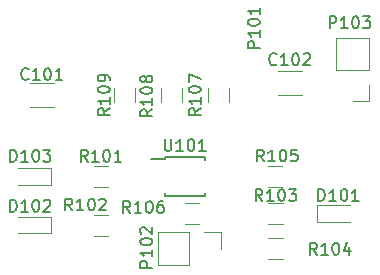
<source format=gbr>
G04 #@! TF.FileFunction,Legend,Top*
%FSLAX46Y46*%
G04 Gerber Fmt 4.6, Leading zero omitted, Abs format (unit mm)*
G04 Created by KiCad (PCBNEW 4.0.6-e0-6349~53~ubuntu14.04.1) date Sat Mar 25 21:58:17 2017*
%MOMM*%
%LPD*%
G01*
G04 APERTURE LIST*
%ADD10C,0.100000*%
%ADD11C,0.120000*%
%ADD12C,0.150000*%
%ADD13R,1.200000X1.200000*%
%ADD14R,1.500000X1.300000*%
%ADD15R,1.300000X1.500000*%
%ADD16R,1.400000X0.300000*%
%ADD17R,1.700000X1.700000*%
%ADD18O,1.700000X1.700000*%
%ADD19R,2.000000X1.600000*%
%ADD20R,1.900000X1.890000*%
%ADD21R,0.400000X1.350000*%
%ADD22R,1.600000X1.400000*%
%ADD23C,1.600000*%
G04 APERTURE END LIST*
D10*
D11*
X169300000Y-105300000D02*
X169300000Y-106700000D01*
X169300000Y-106700000D02*
X172100000Y-106700000D01*
X169300000Y-105300000D02*
X172100000Y-105300000D01*
X146800000Y-107700000D02*
X146800000Y-106300000D01*
X146800000Y-106300000D02*
X144000000Y-106300000D01*
X146800000Y-107700000D02*
X144000000Y-107700000D01*
X146800000Y-103575000D02*
X146800000Y-102175000D01*
X146800000Y-102175000D02*
X144000000Y-102175000D01*
X146800000Y-103575000D02*
X144000000Y-103575000D01*
X150400000Y-101995000D02*
X151600000Y-101995000D01*
X151600000Y-103755000D02*
X150400000Y-103755000D01*
X150400000Y-106120000D02*
X151600000Y-106120000D01*
X151600000Y-107880000D02*
X150400000Y-107880000D01*
X166400000Y-106880000D02*
X165200000Y-106880000D01*
X165200000Y-105120000D02*
X166400000Y-105120000D01*
X165200000Y-108120000D02*
X166400000Y-108120000D01*
X166400000Y-109880000D02*
X165200000Y-109880000D01*
X165175000Y-101995000D02*
X166375000Y-101995000D01*
X166375000Y-103755000D02*
X165175000Y-103755000D01*
X159350000Y-106880000D02*
X158150000Y-106880000D01*
X158150000Y-105120000D02*
X159350000Y-105120000D01*
X161880000Y-95400000D02*
X161880000Y-96600000D01*
X160120000Y-96600000D02*
X160120000Y-95400000D01*
X157880000Y-95400000D02*
X157880000Y-96600000D01*
X156120000Y-96600000D02*
X156120000Y-95400000D01*
D12*
X156440000Y-101195000D02*
X156440000Y-101420000D01*
X159790000Y-101195000D02*
X159790000Y-101495000D01*
X159790000Y-104545000D02*
X159790000Y-104245000D01*
X156440000Y-104545000D02*
X156440000Y-104245000D01*
X156440000Y-101195000D02*
X159790000Y-101195000D01*
X156440000Y-104545000D02*
X159790000Y-104545000D01*
X156440000Y-101420000D02*
X155215000Y-101420000D01*
D11*
X158480000Y-107610000D02*
X155820000Y-107610000D01*
X155820000Y-107610000D02*
X155820000Y-110390000D01*
X155820000Y-110390000D02*
X158480000Y-110390000D01*
X158480000Y-110390000D02*
X158480000Y-107610000D01*
X159750000Y-107610000D02*
X161140000Y-107610000D01*
X161140000Y-107610000D02*
X161140000Y-109000000D01*
X173715000Y-93855000D02*
X173715000Y-91195000D01*
X173715000Y-91195000D02*
X170935000Y-91195000D01*
X170935000Y-91195000D02*
X170935000Y-93855000D01*
X170935000Y-93855000D02*
X173715000Y-93855000D01*
X173715000Y-95125000D02*
X173715000Y-96515000D01*
X173715000Y-96515000D02*
X172325000Y-96515000D01*
X147000000Y-94980000D02*
X145000000Y-94980000D01*
X145000000Y-97020000D02*
X147000000Y-97020000D01*
X166000000Y-96020000D02*
X168000000Y-96020000D01*
X168000000Y-93980000D02*
X166000000Y-93980000D01*
X153880000Y-95400000D02*
X153880000Y-96600000D01*
X152120000Y-96600000D02*
X152120000Y-95400000D01*
D12*
X169409524Y-104952381D02*
X169409524Y-103952381D01*
X169647619Y-103952381D01*
X169790477Y-104000000D01*
X169885715Y-104095238D01*
X169933334Y-104190476D01*
X169980953Y-104380952D01*
X169980953Y-104523810D01*
X169933334Y-104714286D01*
X169885715Y-104809524D01*
X169790477Y-104904762D01*
X169647619Y-104952381D01*
X169409524Y-104952381D01*
X170933334Y-104952381D02*
X170361905Y-104952381D01*
X170647619Y-104952381D02*
X170647619Y-103952381D01*
X170552381Y-104095238D01*
X170457143Y-104190476D01*
X170361905Y-104238095D01*
X171552381Y-103952381D02*
X171647620Y-103952381D01*
X171742858Y-104000000D01*
X171790477Y-104047619D01*
X171838096Y-104142857D01*
X171885715Y-104333333D01*
X171885715Y-104571429D01*
X171838096Y-104761905D01*
X171790477Y-104857143D01*
X171742858Y-104904762D01*
X171647620Y-104952381D01*
X171552381Y-104952381D01*
X171457143Y-104904762D01*
X171409524Y-104857143D01*
X171361905Y-104761905D01*
X171314286Y-104571429D01*
X171314286Y-104333333D01*
X171361905Y-104142857D01*
X171409524Y-104047619D01*
X171457143Y-104000000D01*
X171552381Y-103952381D01*
X172838096Y-104952381D02*
X172266667Y-104952381D01*
X172552381Y-104952381D02*
X172552381Y-103952381D01*
X172457143Y-104095238D01*
X172361905Y-104190476D01*
X172266667Y-104238095D01*
X143309524Y-105852381D02*
X143309524Y-104852381D01*
X143547619Y-104852381D01*
X143690477Y-104900000D01*
X143785715Y-104995238D01*
X143833334Y-105090476D01*
X143880953Y-105280952D01*
X143880953Y-105423810D01*
X143833334Y-105614286D01*
X143785715Y-105709524D01*
X143690477Y-105804762D01*
X143547619Y-105852381D01*
X143309524Y-105852381D01*
X144833334Y-105852381D02*
X144261905Y-105852381D01*
X144547619Y-105852381D02*
X144547619Y-104852381D01*
X144452381Y-104995238D01*
X144357143Y-105090476D01*
X144261905Y-105138095D01*
X145452381Y-104852381D02*
X145547620Y-104852381D01*
X145642858Y-104900000D01*
X145690477Y-104947619D01*
X145738096Y-105042857D01*
X145785715Y-105233333D01*
X145785715Y-105471429D01*
X145738096Y-105661905D01*
X145690477Y-105757143D01*
X145642858Y-105804762D01*
X145547620Y-105852381D01*
X145452381Y-105852381D01*
X145357143Y-105804762D01*
X145309524Y-105757143D01*
X145261905Y-105661905D01*
X145214286Y-105471429D01*
X145214286Y-105233333D01*
X145261905Y-105042857D01*
X145309524Y-104947619D01*
X145357143Y-104900000D01*
X145452381Y-104852381D01*
X146166667Y-104947619D02*
X146214286Y-104900000D01*
X146309524Y-104852381D01*
X146547620Y-104852381D01*
X146642858Y-104900000D01*
X146690477Y-104947619D01*
X146738096Y-105042857D01*
X146738096Y-105138095D01*
X146690477Y-105280952D01*
X146119048Y-105852381D01*
X146738096Y-105852381D01*
X143309524Y-101627381D02*
X143309524Y-100627381D01*
X143547619Y-100627381D01*
X143690477Y-100675000D01*
X143785715Y-100770238D01*
X143833334Y-100865476D01*
X143880953Y-101055952D01*
X143880953Y-101198810D01*
X143833334Y-101389286D01*
X143785715Y-101484524D01*
X143690477Y-101579762D01*
X143547619Y-101627381D01*
X143309524Y-101627381D01*
X144833334Y-101627381D02*
X144261905Y-101627381D01*
X144547619Y-101627381D02*
X144547619Y-100627381D01*
X144452381Y-100770238D01*
X144357143Y-100865476D01*
X144261905Y-100913095D01*
X145452381Y-100627381D02*
X145547620Y-100627381D01*
X145642858Y-100675000D01*
X145690477Y-100722619D01*
X145738096Y-100817857D01*
X145785715Y-101008333D01*
X145785715Y-101246429D01*
X145738096Y-101436905D01*
X145690477Y-101532143D01*
X145642858Y-101579762D01*
X145547620Y-101627381D01*
X145452381Y-101627381D01*
X145357143Y-101579762D01*
X145309524Y-101532143D01*
X145261905Y-101436905D01*
X145214286Y-101246429D01*
X145214286Y-101008333D01*
X145261905Y-100817857D01*
X145309524Y-100722619D01*
X145357143Y-100675000D01*
X145452381Y-100627381D01*
X146119048Y-100627381D02*
X146738096Y-100627381D01*
X146404762Y-101008333D01*
X146547620Y-101008333D01*
X146642858Y-101055952D01*
X146690477Y-101103571D01*
X146738096Y-101198810D01*
X146738096Y-101436905D01*
X146690477Y-101532143D01*
X146642858Y-101579762D01*
X146547620Y-101627381D01*
X146261905Y-101627381D01*
X146166667Y-101579762D01*
X146119048Y-101532143D01*
X149880953Y-101627381D02*
X149547619Y-101151190D01*
X149309524Y-101627381D02*
X149309524Y-100627381D01*
X149690477Y-100627381D01*
X149785715Y-100675000D01*
X149833334Y-100722619D01*
X149880953Y-100817857D01*
X149880953Y-100960714D01*
X149833334Y-101055952D01*
X149785715Y-101103571D01*
X149690477Y-101151190D01*
X149309524Y-101151190D01*
X150833334Y-101627381D02*
X150261905Y-101627381D01*
X150547619Y-101627381D02*
X150547619Y-100627381D01*
X150452381Y-100770238D01*
X150357143Y-100865476D01*
X150261905Y-100913095D01*
X151452381Y-100627381D02*
X151547620Y-100627381D01*
X151642858Y-100675000D01*
X151690477Y-100722619D01*
X151738096Y-100817857D01*
X151785715Y-101008333D01*
X151785715Y-101246429D01*
X151738096Y-101436905D01*
X151690477Y-101532143D01*
X151642858Y-101579762D01*
X151547620Y-101627381D01*
X151452381Y-101627381D01*
X151357143Y-101579762D01*
X151309524Y-101532143D01*
X151261905Y-101436905D01*
X151214286Y-101246429D01*
X151214286Y-101008333D01*
X151261905Y-100817857D01*
X151309524Y-100722619D01*
X151357143Y-100675000D01*
X151452381Y-100627381D01*
X152738096Y-101627381D02*
X152166667Y-101627381D01*
X152452381Y-101627381D02*
X152452381Y-100627381D01*
X152357143Y-100770238D01*
X152261905Y-100865476D01*
X152166667Y-100913095D01*
X148580953Y-105752381D02*
X148247619Y-105276190D01*
X148009524Y-105752381D02*
X148009524Y-104752381D01*
X148390477Y-104752381D01*
X148485715Y-104800000D01*
X148533334Y-104847619D01*
X148580953Y-104942857D01*
X148580953Y-105085714D01*
X148533334Y-105180952D01*
X148485715Y-105228571D01*
X148390477Y-105276190D01*
X148009524Y-105276190D01*
X149533334Y-105752381D02*
X148961905Y-105752381D01*
X149247619Y-105752381D02*
X149247619Y-104752381D01*
X149152381Y-104895238D01*
X149057143Y-104990476D01*
X148961905Y-105038095D01*
X150152381Y-104752381D02*
X150247620Y-104752381D01*
X150342858Y-104800000D01*
X150390477Y-104847619D01*
X150438096Y-104942857D01*
X150485715Y-105133333D01*
X150485715Y-105371429D01*
X150438096Y-105561905D01*
X150390477Y-105657143D01*
X150342858Y-105704762D01*
X150247620Y-105752381D01*
X150152381Y-105752381D01*
X150057143Y-105704762D01*
X150009524Y-105657143D01*
X149961905Y-105561905D01*
X149914286Y-105371429D01*
X149914286Y-105133333D01*
X149961905Y-104942857D01*
X150009524Y-104847619D01*
X150057143Y-104800000D01*
X150152381Y-104752381D01*
X150866667Y-104847619D02*
X150914286Y-104800000D01*
X151009524Y-104752381D01*
X151247620Y-104752381D01*
X151342858Y-104800000D01*
X151390477Y-104847619D01*
X151438096Y-104942857D01*
X151438096Y-105038095D01*
X151390477Y-105180952D01*
X150819048Y-105752381D01*
X151438096Y-105752381D01*
X164680953Y-104952381D02*
X164347619Y-104476190D01*
X164109524Y-104952381D02*
X164109524Y-103952381D01*
X164490477Y-103952381D01*
X164585715Y-104000000D01*
X164633334Y-104047619D01*
X164680953Y-104142857D01*
X164680953Y-104285714D01*
X164633334Y-104380952D01*
X164585715Y-104428571D01*
X164490477Y-104476190D01*
X164109524Y-104476190D01*
X165633334Y-104952381D02*
X165061905Y-104952381D01*
X165347619Y-104952381D02*
X165347619Y-103952381D01*
X165252381Y-104095238D01*
X165157143Y-104190476D01*
X165061905Y-104238095D01*
X166252381Y-103952381D02*
X166347620Y-103952381D01*
X166442858Y-104000000D01*
X166490477Y-104047619D01*
X166538096Y-104142857D01*
X166585715Y-104333333D01*
X166585715Y-104571429D01*
X166538096Y-104761905D01*
X166490477Y-104857143D01*
X166442858Y-104904762D01*
X166347620Y-104952381D01*
X166252381Y-104952381D01*
X166157143Y-104904762D01*
X166109524Y-104857143D01*
X166061905Y-104761905D01*
X166014286Y-104571429D01*
X166014286Y-104333333D01*
X166061905Y-104142857D01*
X166109524Y-104047619D01*
X166157143Y-104000000D01*
X166252381Y-103952381D01*
X166919048Y-103952381D02*
X167538096Y-103952381D01*
X167204762Y-104333333D01*
X167347620Y-104333333D01*
X167442858Y-104380952D01*
X167490477Y-104428571D01*
X167538096Y-104523810D01*
X167538096Y-104761905D01*
X167490477Y-104857143D01*
X167442858Y-104904762D01*
X167347620Y-104952381D01*
X167061905Y-104952381D01*
X166966667Y-104904762D01*
X166919048Y-104857143D01*
X169280953Y-109502381D02*
X168947619Y-109026190D01*
X168709524Y-109502381D02*
X168709524Y-108502381D01*
X169090477Y-108502381D01*
X169185715Y-108550000D01*
X169233334Y-108597619D01*
X169280953Y-108692857D01*
X169280953Y-108835714D01*
X169233334Y-108930952D01*
X169185715Y-108978571D01*
X169090477Y-109026190D01*
X168709524Y-109026190D01*
X170233334Y-109502381D02*
X169661905Y-109502381D01*
X169947619Y-109502381D02*
X169947619Y-108502381D01*
X169852381Y-108645238D01*
X169757143Y-108740476D01*
X169661905Y-108788095D01*
X170852381Y-108502381D02*
X170947620Y-108502381D01*
X171042858Y-108550000D01*
X171090477Y-108597619D01*
X171138096Y-108692857D01*
X171185715Y-108883333D01*
X171185715Y-109121429D01*
X171138096Y-109311905D01*
X171090477Y-109407143D01*
X171042858Y-109454762D01*
X170947620Y-109502381D01*
X170852381Y-109502381D01*
X170757143Y-109454762D01*
X170709524Y-109407143D01*
X170661905Y-109311905D01*
X170614286Y-109121429D01*
X170614286Y-108883333D01*
X170661905Y-108692857D01*
X170709524Y-108597619D01*
X170757143Y-108550000D01*
X170852381Y-108502381D01*
X172042858Y-108835714D02*
X172042858Y-109502381D01*
X171804762Y-108454762D02*
X171566667Y-109169048D01*
X172185715Y-109169048D01*
X164805953Y-101602381D02*
X164472619Y-101126190D01*
X164234524Y-101602381D02*
X164234524Y-100602381D01*
X164615477Y-100602381D01*
X164710715Y-100650000D01*
X164758334Y-100697619D01*
X164805953Y-100792857D01*
X164805953Y-100935714D01*
X164758334Y-101030952D01*
X164710715Y-101078571D01*
X164615477Y-101126190D01*
X164234524Y-101126190D01*
X165758334Y-101602381D02*
X165186905Y-101602381D01*
X165472619Y-101602381D02*
X165472619Y-100602381D01*
X165377381Y-100745238D01*
X165282143Y-100840476D01*
X165186905Y-100888095D01*
X166377381Y-100602381D02*
X166472620Y-100602381D01*
X166567858Y-100650000D01*
X166615477Y-100697619D01*
X166663096Y-100792857D01*
X166710715Y-100983333D01*
X166710715Y-101221429D01*
X166663096Y-101411905D01*
X166615477Y-101507143D01*
X166567858Y-101554762D01*
X166472620Y-101602381D01*
X166377381Y-101602381D01*
X166282143Y-101554762D01*
X166234524Y-101507143D01*
X166186905Y-101411905D01*
X166139286Y-101221429D01*
X166139286Y-100983333D01*
X166186905Y-100792857D01*
X166234524Y-100697619D01*
X166282143Y-100650000D01*
X166377381Y-100602381D01*
X167615477Y-100602381D02*
X167139286Y-100602381D01*
X167091667Y-101078571D01*
X167139286Y-101030952D01*
X167234524Y-100983333D01*
X167472620Y-100983333D01*
X167567858Y-101030952D01*
X167615477Y-101078571D01*
X167663096Y-101173810D01*
X167663096Y-101411905D01*
X167615477Y-101507143D01*
X167567858Y-101554762D01*
X167472620Y-101602381D01*
X167234524Y-101602381D01*
X167139286Y-101554762D01*
X167091667Y-101507143D01*
X153480953Y-105952381D02*
X153147619Y-105476190D01*
X152909524Y-105952381D02*
X152909524Y-104952381D01*
X153290477Y-104952381D01*
X153385715Y-105000000D01*
X153433334Y-105047619D01*
X153480953Y-105142857D01*
X153480953Y-105285714D01*
X153433334Y-105380952D01*
X153385715Y-105428571D01*
X153290477Y-105476190D01*
X152909524Y-105476190D01*
X154433334Y-105952381D02*
X153861905Y-105952381D01*
X154147619Y-105952381D02*
X154147619Y-104952381D01*
X154052381Y-105095238D01*
X153957143Y-105190476D01*
X153861905Y-105238095D01*
X155052381Y-104952381D02*
X155147620Y-104952381D01*
X155242858Y-105000000D01*
X155290477Y-105047619D01*
X155338096Y-105142857D01*
X155385715Y-105333333D01*
X155385715Y-105571429D01*
X155338096Y-105761905D01*
X155290477Y-105857143D01*
X155242858Y-105904762D01*
X155147620Y-105952381D01*
X155052381Y-105952381D01*
X154957143Y-105904762D01*
X154909524Y-105857143D01*
X154861905Y-105761905D01*
X154814286Y-105571429D01*
X154814286Y-105333333D01*
X154861905Y-105142857D01*
X154909524Y-105047619D01*
X154957143Y-105000000D01*
X155052381Y-104952381D01*
X156242858Y-104952381D02*
X156052381Y-104952381D01*
X155957143Y-105000000D01*
X155909524Y-105047619D01*
X155814286Y-105190476D01*
X155766667Y-105380952D01*
X155766667Y-105761905D01*
X155814286Y-105857143D01*
X155861905Y-105904762D01*
X155957143Y-105952381D01*
X156147620Y-105952381D01*
X156242858Y-105904762D01*
X156290477Y-105857143D01*
X156338096Y-105761905D01*
X156338096Y-105523810D01*
X156290477Y-105428571D01*
X156242858Y-105380952D01*
X156147620Y-105333333D01*
X155957143Y-105333333D01*
X155861905Y-105380952D01*
X155814286Y-105428571D01*
X155766667Y-105523810D01*
X159452381Y-97119047D02*
X158976190Y-97452381D01*
X159452381Y-97690476D02*
X158452381Y-97690476D01*
X158452381Y-97309523D01*
X158500000Y-97214285D01*
X158547619Y-97166666D01*
X158642857Y-97119047D01*
X158785714Y-97119047D01*
X158880952Y-97166666D01*
X158928571Y-97214285D01*
X158976190Y-97309523D01*
X158976190Y-97690476D01*
X159452381Y-96166666D02*
X159452381Y-96738095D01*
X159452381Y-96452381D02*
X158452381Y-96452381D01*
X158595238Y-96547619D01*
X158690476Y-96642857D01*
X158738095Y-96738095D01*
X158452381Y-95547619D02*
X158452381Y-95452380D01*
X158500000Y-95357142D01*
X158547619Y-95309523D01*
X158642857Y-95261904D01*
X158833333Y-95214285D01*
X159071429Y-95214285D01*
X159261905Y-95261904D01*
X159357143Y-95309523D01*
X159404762Y-95357142D01*
X159452381Y-95452380D01*
X159452381Y-95547619D01*
X159404762Y-95642857D01*
X159357143Y-95690476D01*
X159261905Y-95738095D01*
X159071429Y-95785714D01*
X158833333Y-95785714D01*
X158642857Y-95738095D01*
X158547619Y-95690476D01*
X158500000Y-95642857D01*
X158452381Y-95547619D01*
X158452381Y-94880952D02*
X158452381Y-94214285D01*
X159452381Y-94642857D01*
X155361581Y-97202967D02*
X154885390Y-97536301D01*
X155361581Y-97774396D02*
X154361581Y-97774396D01*
X154361581Y-97393443D01*
X154409200Y-97298205D01*
X154456819Y-97250586D01*
X154552057Y-97202967D01*
X154694914Y-97202967D01*
X154790152Y-97250586D01*
X154837771Y-97298205D01*
X154885390Y-97393443D01*
X154885390Y-97774396D01*
X155361581Y-96250586D02*
X155361581Y-96822015D01*
X155361581Y-96536301D02*
X154361581Y-96536301D01*
X154504438Y-96631539D01*
X154599676Y-96726777D01*
X154647295Y-96822015D01*
X154361581Y-95631539D02*
X154361581Y-95536300D01*
X154409200Y-95441062D01*
X154456819Y-95393443D01*
X154552057Y-95345824D01*
X154742533Y-95298205D01*
X154980629Y-95298205D01*
X155171105Y-95345824D01*
X155266343Y-95393443D01*
X155313962Y-95441062D01*
X155361581Y-95536300D01*
X155361581Y-95631539D01*
X155313962Y-95726777D01*
X155266343Y-95774396D01*
X155171105Y-95822015D01*
X154980629Y-95869634D01*
X154742533Y-95869634D01*
X154552057Y-95822015D01*
X154456819Y-95774396D01*
X154409200Y-95726777D01*
X154361581Y-95631539D01*
X154790152Y-94726777D02*
X154742533Y-94822015D01*
X154694914Y-94869634D01*
X154599676Y-94917253D01*
X154552057Y-94917253D01*
X154456819Y-94869634D01*
X154409200Y-94822015D01*
X154361581Y-94726777D01*
X154361581Y-94536300D01*
X154409200Y-94441062D01*
X154456819Y-94393443D01*
X154552057Y-94345824D01*
X154599676Y-94345824D01*
X154694914Y-94393443D01*
X154742533Y-94441062D01*
X154790152Y-94536300D01*
X154790152Y-94726777D01*
X154837771Y-94822015D01*
X154885390Y-94869634D01*
X154980629Y-94917253D01*
X155171105Y-94917253D01*
X155266343Y-94869634D01*
X155313962Y-94822015D01*
X155361581Y-94726777D01*
X155361581Y-94536300D01*
X155313962Y-94441062D01*
X155266343Y-94393443D01*
X155171105Y-94345824D01*
X154980629Y-94345824D01*
X154885390Y-94393443D01*
X154837771Y-94441062D01*
X154790152Y-94536300D01*
X156400714Y-99722381D02*
X156400714Y-100531905D01*
X156448333Y-100627143D01*
X156495952Y-100674762D01*
X156591190Y-100722381D01*
X156781667Y-100722381D01*
X156876905Y-100674762D01*
X156924524Y-100627143D01*
X156972143Y-100531905D01*
X156972143Y-99722381D01*
X157972143Y-100722381D02*
X157400714Y-100722381D01*
X157686428Y-100722381D02*
X157686428Y-99722381D01*
X157591190Y-99865238D01*
X157495952Y-99960476D01*
X157400714Y-100008095D01*
X158591190Y-99722381D02*
X158686429Y-99722381D01*
X158781667Y-99770000D01*
X158829286Y-99817619D01*
X158876905Y-99912857D01*
X158924524Y-100103333D01*
X158924524Y-100341429D01*
X158876905Y-100531905D01*
X158829286Y-100627143D01*
X158781667Y-100674762D01*
X158686429Y-100722381D01*
X158591190Y-100722381D01*
X158495952Y-100674762D01*
X158448333Y-100627143D01*
X158400714Y-100531905D01*
X158353095Y-100341429D01*
X158353095Y-100103333D01*
X158400714Y-99912857D01*
X158448333Y-99817619D01*
X158495952Y-99770000D01*
X158591190Y-99722381D01*
X159876905Y-100722381D02*
X159305476Y-100722381D01*
X159591190Y-100722381D02*
X159591190Y-99722381D01*
X159495952Y-99865238D01*
X159400714Y-99960476D01*
X159305476Y-100008095D01*
X155352381Y-110590476D02*
X154352381Y-110590476D01*
X154352381Y-110209523D01*
X154400000Y-110114285D01*
X154447619Y-110066666D01*
X154542857Y-110019047D01*
X154685714Y-110019047D01*
X154780952Y-110066666D01*
X154828571Y-110114285D01*
X154876190Y-110209523D01*
X154876190Y-110590476D01*
X155352381Y-109066666D02*
X155352381Y-109638095D01*
X155352381Y-109352381D02*
X154352381Y-109352381D01*
X154495238Y-109447619D01*
X154590476Y-109542857D01*
X154638095Y-109638095D01*
X154352381Y-108447619D02*
X154352381Y-108352380D01*
X154400000Y-108257142D01*
X154447619Y-108209523D01*
X154542857Y-108161904D01*
X154733333Y-108114285D01*
X154971429Y-108114285D01*
X155161905Y-108161904D01*
X155257143Y-108209523D01*
X155304762Y-108257142D01*
X155352381Y-108352380D01*
X155352381Y-108447619D01*
X155304762Y-108542857D01*
X155257143Y-108590476D01*
X155161905Y-108638095D01*
X154971429Y-108685714D01*
X154733333Y-108685714D01*
X154542857Y-108638095D01*
X154447619Y-108590476D01*
X154400000Y-108542857D01*
X154352381Y-108447619D01*
X154447619Y-107733333D02*
X154400000Y-107685714D01*
X154352381Y-107590476D01*
X154352381Y-107352380D01*
X154400000Y-107257142D01*
X154447619Y-107209523D01*
X154542857Y-107161904D01*
X154638095Y-107161904D01*
X154780952Y-107209523D01*
X155352381Y-107780952D01*
X155352381Y-107161904D01*
X170381524Y-90318381D02*
X170381524Y-89318381D01*
X170762477Y-89318381D01*
X170857715Y-89366000D01*
X170905334Y-89413619D01*
X170952953Y-89508857D01*
X170952953Y-89651714D01*
X170905334Y-89746952D01*
X170857715Y-89794571D01*
X170762477Y-89842190D01*
X170381524Y-89842190D01*
X171905334Y-90318381D02*
X171333905Y-90318381D01*
X171619619Y-90318381D02*
X171619619Y-89318381D01*
X171524381Y-89461238D01*
X171429143Y-89556476D01*
X171333905Y-89604095D01*
X172524381Y-89318381D02*
X172619620Y-89318381D01*
X172714858Y-89366000D01*
X172762477Y-89413619D01*
X172810096Y-89508857D01*
X172857715Y-89699333D01*
X172857715Y-89937429D01*
X172810096Y-90127905D01*
X172762477Y-90223143D01*
X172714858Y-90270762D01*
X172619620Y-90318381D01*
X172524381Y-90318381D01*
X172429143Y-90270762D01*
X172381524Y-90223143D01*
X172333905Y-90127905D01*
X172286286Y-89937429D01*
X172286286Y-89699333D01*
X172333905Y-89508857D01*
X172381524Y-89413619D01*
X172429143Y-89366000D01*
X172524381Y-89318381D01*
X173191048Y-89318381D02*
X173810096Y-89318381D01*
X173476762Y-89699333D01*
X173619620Y-89699333D01*
X173714858Y-89746952D01*
X173762477Y-89794571D01*
X173810096Y-89889810D01*
X173810096Y-90127905D01*
X173762477Y-90223143D01*
X173714858Y-90270762D01*
X173619620Y-90318381D01*
X173333905Y-90318381D01*
X173238667Y-90270762D01*
X173191048Y-90223143D01*
X144880953Y-94607143D02*
X144833334Y-94654762D01*
X144690477Y-94702381D01*
X144595239Y-94702381D01*
X144452381Y-94654762D01*
X144357143Y-94559524D01*
X144309524Y-94464286D01*
X144261905Y-94273810D01*
X144261905Y-94130952D01*
X144309524Y-93940476D01*
X144357143Y-93845238D01*
X144452381Y-93750000D01*
X144595239Y-93702381D01*
X144690477Y-93702381D01*
X144833334Y-93750000D01*
X144880953Y-93797619D01*
X145833334Y-94702381D02*
X145261905Y-94702381D01*
X145547619Y-94702381D02*
X145547619Y-93702381D01*
X145452381Y-93845238D01*
X145357143Y-93940476D01*
X145261905Y-93988095D01*
X146452381Y-93702381D02*
X146547620Y-93702381D01*
X146642858Y-93750000D01*
X146690477Y-93797619D01*
X146738096Y-93892857D01*
X146785715Y-94083333D01*
X146785715Y-94321429D01*
X146738096Y-94511905D01*
X146690477Y-94607143D01*
X146642858Y-94654762D01*
X146547620Y-94702381D01*
X146452381Y-94702381D01*
X146357143Y-94654762D01*
X146309524Y-94607143D01*
X146261905Y-94511905D01*
X146214286Y-94321429D01*
X146214286Y-94083333D01*
X146261905Y-93892857D01*
X146309524Y-93797619D01*
X146357143Y-93750000D01*
X146452381Y-93702381D01*
X147738096Y-94702381D02*
X147166667Y-94702381D01*
X147452381Y-94702381D02*
X147452381Y-93702381D01*
X147357143Y-93845238D01*
X147261905Y-93940476D01*
X147166667Y-93988095D01*
X165880953Y-93357143D02*
X165833334Y-93404762D01*
X165690477Y-93452381D01*
X165595239Y-93452381D01*
X165452381Y-93404762D01*
X165357143Y-93309524D01*
X165309524Y-93214286D01*
X165261905Y-93023810D01*
X165261905Y-92880952D01*
X165309524Y-92690476D01*
X165357143Y-92595238D01*
X165452381Y-92500000D01*
X165595239Y-92452381D01*
X165690477Y-92452381D01*
X165833334Y-92500000D01*
X165880953Y-92547619D01*
X166833334Y-93452381D02*
X166261905Y-93452381D01*
X166547619Y-93452381D02*
X166547619Y-92452381D01*
X166452381Y-92595238D01*
X166357143Y-92690476D01*
X166261905Y-92738095D01*
X167452381Y-92452381D02*
X167547620Y-92452381D01*
X167642858Y-92500000D01*
X167690477Y-92547619D01*
X167738096Y-92642857D01*
X167785715Y-92833333D01*
X167785715Y-93071429D01*
X167738096Y-93261905D01*
X167690477Y-93357143D01*
X167642858Y-93404762D01*
X167547620Y-93452381D01*
X167452381Y-93452381D01*
X167357143Y-93404762D01*
X167309524Y-93357143D01*
X167261905Y-93261905D01*
X167214286Y-93071429D01*
X167214286Y-92833333D01*
X167261905Y-92642857D01*
X167309524Y-92547619D01*
X167357143Y-92500000D01*
X167452381Y-92452381D01*
X168166667Y-92547619D02*
X168214286Y-92500000D01*
X168309524Y-92452381D01*
X168547620Y-92452381D01*
X168642858Y-92500000D01*
X168690477Y-92547619D01*
X168738096Y-92642857D01*
X168738096Y-92738095D01*
X168690477Y-92880952D01*
X168119048Y-93452381D01*
X168738096Y-93452381D01*
X164455881Y-92003076D02*
X163455881Y-92003076D01*
X163455881Y-91622123D01*
X163503500Y-91526885D01*
X163551119Y-91479266D01*
X163646357Y-91431647D01*
X163789214Y-91431647D01*
X163884452Y-91479266D01*
X163932071Y-91526885D01*
X163979690Y-91622123D01*
X163979690Y-92003076D01*
X164455881Y-90479266D02*
X164455881Y-91050695D01*
X164455881Y-90764981D02*
X163455881Y-90764981D01*
X163598738Y-90860219D01*
X163693976Y-90955457D01*
X163741595Y-91050695D01*
X163455881Y-89860219D02*
X163455881Y-89764980D01*
X163503500Y-89669742D01*
X163551119Y-89622123D01*
X163646357Y-89574504D01*
X163836833Y-89526885D01*
X164074929Y-89526885D01*
X164265405Y-89574504D01*
X164360643Y-89622123D01*
X164408262Y-89669742D01*
X164455881Y-89764980D01*
X164455881Y-89860219D01*
X164408262Y-89955457D01*
X164360643Y-90003076D01*
X164265405Y-90050695D01*
X164074929Y-90098314D01*
X163836833Y-90098314D01*
X163646357Y-90050695D01*
X163551119Y-90003076D01*
X163503500Y-89955457D01*
X163455881Y-89860219D01*
X164455881Y-88574504D02*
X164455881Y-89145933D01*
X164455881Y-88860219D02*
X163455881Y-88860219D01*
X163598738Y-88955457D01*
X163693976Y-89050695D01*
X163741595Y-89145933D01*
X151752381Y-97119047D02*
X151276190Y-97452381D01*
X151752381Y-97690476D02*
X150752381Y-97690476D01*
X150752381Y-97309523D01*
X150800000Y-97214285D01*
X150847619Y-97166666D01*
X150942857Y-97119047D01*
X151085714Y-97119047D01*
X151180952Y-97166666D01*
X151228571Y-97214285D01*
X151276190Y-97309523D01*
X151276190Y-97690476D01*
X151752381Y-96166666D02*
X151752381Y-96738095D01*
X151752381Y-96452381D02*
X150752381Y-96452381D01*
X150895238Y-96547619D01*
X150990476Y-96642857D01*
X151038095Y-96738095D01*
X150752381Y-95547619D02*
X150752381Y-95452380D01*
X150800000Y-95357142D01*
X150847619Y-95309523D01*
X150942857Y-95261904D01*
X151133333Y-95214285D01*
X151371429Y-95214285D01*
X151561905Y-95261904D01*
X151657143Y-95309523D01*
X151704762Y-95357142D01*
X151752381Y-95452380D01*
X151752381Y-95547619D01*
X151704762Y-95642857D01*
X151657143Y-95690476D01*
X151561905Y-95738095D01*
X151371429Y-95785714D01*
X151133333Y-95785714D01*
X150942857Y-95738095D01*
X150847619Y-95690476D01*
X150800000Y-95642857D01*
X150752381Y-95547619D01*
X151752381Y-94738095D02*
X151752381Y-94547619D01*
X151704762Y-94452380D01*
X151657143Y-94404761D01*
X151514286Y-94309523D01*
X151323810Y-94261904D01*
X150942857Y-94261904D01*
X150847619Y-94309523D01*
X150800000Y-94357142D01*
X150752381Y-94452380D01*
X150752381Y-94642857D01*
X150800000Y-94738095D01*
X150847619Y-94785714D01*
X150942857Y-94833333D01*
X151180952Y-94833333D01*
X151276190Y-94785714D01*
X151323810Y-94738095D01*
X151371429Y-94642857D01*
X151371429Y-94452380D01*
X151323810Y-94357142D01*
X151276190Y-94309523D01*
X151180952Y-94261904D01*
%LPC*%
D13*
X172200000Y-106000000D03*
X170000000Y-106000000D03*
X143900000Y-107000000D03*
X146100000Y-107000000D03*
X143900000Y-102875000D03*
X146100000Y-102875000D03*
D14*
X152350000Y-102875000D03*
X149650000Y-102875000D03*
X152350000Y-107000000D03*
X149650000Y-107000000D03*
X164450000Y-106000000D03*
X167150000Y-106000000D03*
X167150000Y-109000000D03*
X164450000Y-109000000D03*
X167125000Y-102875000D03*
X164425000Y-102875000D03*
X157400000Y-106000000D03*
X160100000Y-106000000D03*
D15*
X161000000Y-97350000D03*
X161000000Y-94650000D03*
X157000000Y-97350000D03*
X157000000Y-94650000D03*
D16*
X155915000Y-101870000D03*
X155915000Y-102370000D03*
X155915000Y-102870000D03*
X155915000Y-103370000D03*
X155915000Y-103870000D03*
X160315000Y-103870000D03*
X160315000Y-103370000D03*
X160315000Y-102870000D03*
X160315000Y-102370000D03*
X160315000Y-101870000D03*
D17*
X159750000Y-109000000D03*
D18*
X157210000Y-109000000D03*
D17*
X172325000Y-95125000D03*
D18*
X172325000Y-92585000D03*
D19*
X144000000Y-96000000D03*
X148000000Y-96000000D03*
X169000000Y-95000000D03*
X165000000Y-95000000D03*
D20*
X157025000Y-87925000D03*
X159425000Y-87925000D03*
D21*
X159525000Y-90600000D03*
X158875000Y-90600000D03*
X158225000Y-90600000D03*
X157575000Y-90600000D03*
X156925000Y-90600000D03*
D22*
X161425000Y-90375000D03*
X155025000Y-90375000D03*
D23*
X161525000Y-87925000D03*
X154925000Y-87925000D03*
D15*
X153000000Y-97350000D03*
X153000000Y-94650000D03*
M02*

</source>
